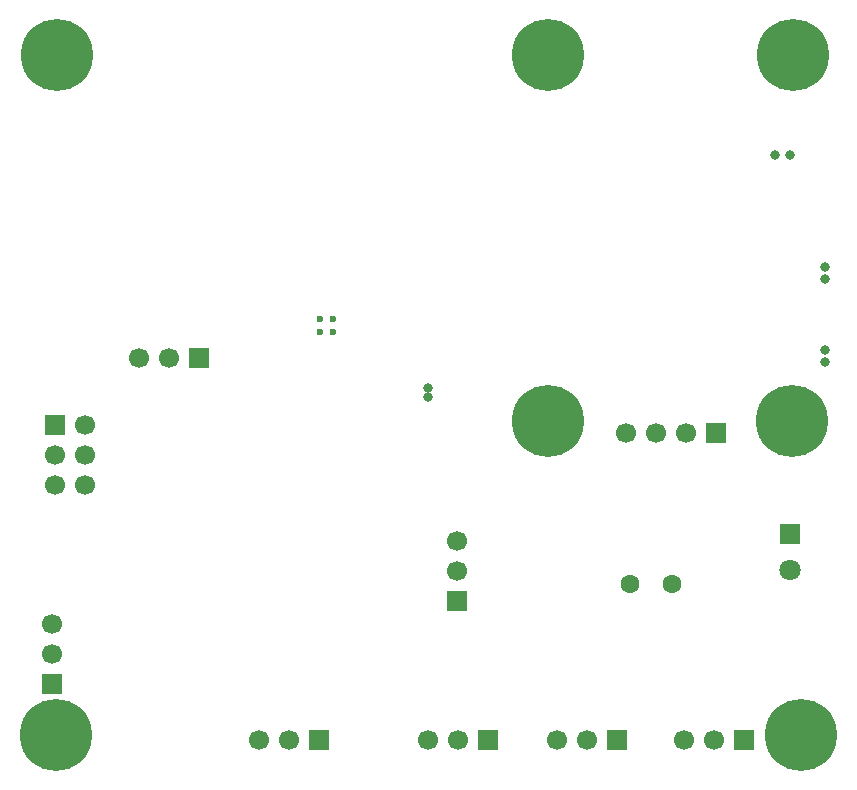
<source format=gbs>
G04*
G04 #@! TF.GenerationSoftware,Altium Limited,Altium Designer,18.1.7 (191)*
G04*
G04 Layer_Color=16711935*
%FSAX44Y44*%
%MOMM*%
G71*
G01*
G75*
%ADD90C,1.7000*%
%ADD91R,1.7000X1.7000*%
%ADD92R,1.7000X1.7000*%
%ADD93C,6.1000*%
%ADD94C,1.6000*%
%ADD95R,1.8000X1.8000*%
%ADD96C,1.8000*%
%ADD97C,0.1000*%
%ADD98C,0.8000*%
%ADD99C,0.6000*%
D90*
X00031000Y00128800D02*
D03*
Y00103400D02*
D03*
X00566600Y00031000D02*
D03*
X00592000D02*
D03*
X00458600D02*
D03*
X00484000D02*
D03*
X00350000D02*
D03*
X00375400D02*
D03*
X00567800Y00291000D02*
D03*
X00542400D02*
D03*
X00517000D02*
D03*
X00231999Y00031270D02*
D03*
X00206599D02*
D03*
X00059403Y00297402D02*
D03*
Y00272001D02*
D03*
Y00246602D02*
D03*
X00034003D02*
D03*
Y00272001D02*
D03*
X00105200Y00354000D02*
D03*
X00130600D02*
D03*
X00373998Y00199398D02*
D03*
Y00173998D02*
D03*
D91*
X00031000Y00078000D02*
D03*
X00034003Y00297402D02*
D03*
X00373998Y00148598D02*
D03*
D92*
X00617400Y00031000D02*
D03*
X00509400D02*
D03*
X00400800D02*
D03*
X00593200Y00291000D02*
D03*
X00257399Y00031270D02*
D03*
X00156000Y00354000D02*
D03*
D93*
X00451600Y00611000D02*
D03*
X00658600D02*
D03*
X00657600Y00301000D02*
D03*
X00451600D02*
D03*
X00035232Y00611000D02*
D03*
X00665000Y00035000D02*
D03*
X00035000D02*
D03*
D94*
X00521000Y00163000D02*
D03*
X00556000D02*
D03*
D95*
X00656000Y00205000D02*
D03*
D96*
Y00175000D02*
D03*
D97*
X00626000Y00165600D02*
D03*
X00686000D02*
D03*
D98*
X00656000Y00526000D02*
D03*
X00643000D02*
D03*
X00350000Y00321000D02*
D03*
Y00329000D02*
D03*
X00686000Y00351000D02*
D03*
Y00361000D02*
D03*
Y00421000D02*
D03*
Y00431000D02*
D03*
D99*
X00258500Y00387500D02*
D03*
Y00376500D02*
D03*
X00269500D02*
D03*
Y00387500D02*
D03*
M02*

</source>
